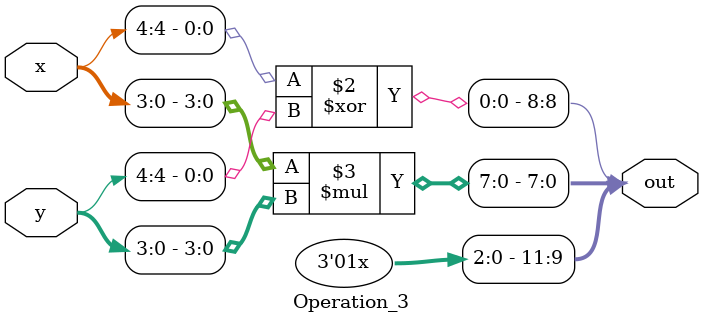
<source format=v>
module Operation_3(
    input [4:0] x,
    input [4:0] y,
    output reg [11:0] out
    );

always @(*) begin
    out[11:10] = 2'b01;
    out[9] = 1'bx;
    out[8] = x[4] ^ y[4];
    out[7:0] = x[3:0] * y[3:0];
end

endmodule

</source>
